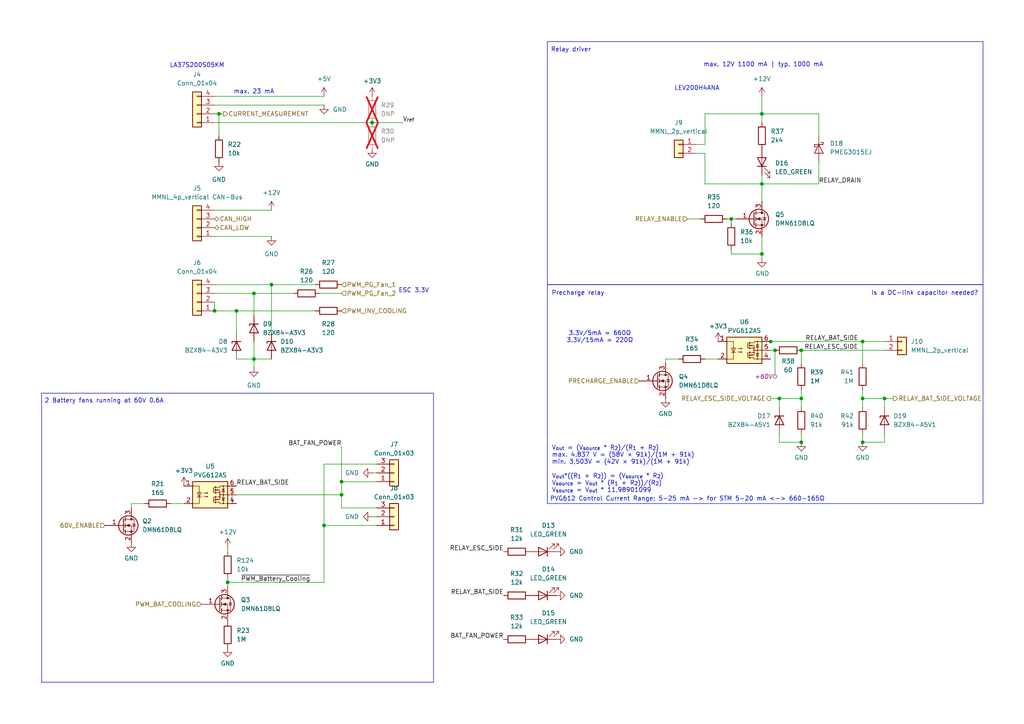
<source format=kicad_sch>
(kicad_sch (version 20231120) (generator "eeschema") (generator_version "8.0")
  (paper "A4")
  (lib_symbols
    (symbol "Connector_Generic:Conn_01x03" (pin_names (offset 1.016) hide)
      (property "Reference" "J" (at 0 5.08 0))
      (property "Value" "Conn_01x03" (at 0 -5.08 0))
      (symbol "Conn_01x03_1_1"
        (rectangle (start -1.27 -2.413) (end 0 -2.667) (stroke (width 0.1524)))
        (rectangle (start -1.27 0.127) (end 0 -0.127) (stroke (width 0.1524)))
        (rectangle (start -1.27 2.667) (end 0 2.413) (stroke (width 0.1524)))
        (rectangle (start -1.27 3.81) (end 1.27 -3.81) (stroke (width 0.254)) (fill (type background)))
        (pin passive line (at -5.08 2.54 0) (length 3.81) (name "Pin_1") (number "1"))
        (pin passive line (at -5.08 0 0) (length 3.81) (name "Pin_2") (number "2"))
        (pin passive line (at -5.08 -2.54 0) (length 3.81) (name "Pin_3") (number "3"))
      )
    )
    (symbol "Connector_Generic:Conn_01x04" (pin_names (offset 1.016) hide)
      (property "Reference" "J" (at 0 5.08 0))
      (property "Value" "Conn_01x04" (at 0 -7.62 0))
      (symbol "Conn_01x04_1_1"
        (rectangle (start -1.27 -4.953) (end 0 -5.207) (stroke (width 0.1524)))
        (rectangle (start -1.27 -2.413) (end 0 -2.667) (stroke (width 0.1524)))
        (rectangle (start -1.27 0.127) (end 0 -0.127) (stroke (width 0.1524)))
        (rectangle (start -1.27 2.667) (end 0 2.413) (stroke (width 0.1524)))
        (rectangle (start -1.27 3.81) (end 1.27 -6.35) (stroke (width 0.254)) (fill (type background)))
        (pin passive line (at -5.08 2.54 0) (length 3.81) (name "Pin_1") (number "1"))
        (pin passive line (at -5.08 0 0) (length 3.81) (name "Pin_2") (number "2"))
        (pin passive line (at -5.08 -2.54 0) (length 3.81) (name "Pin_3") (number "3"))
        (pin passive line (at -5.08 -5.08 0) (length 3.81) (name "Pin_4") (number "4"))
      )
    )
    (symbol "Device:LED" (pin_numbers hide) (pin_names (offset 1.016) hide)
      (property "Reference" "D" (at 0 2.54 0))
      (property "Value" "LED" (at 0 -2.54 0))
      (symbol "LED_0_1"
        (polyline (pts (xy -1.27 -1.27) (xy -1.27 1.27)) (stroke (width 0.254)))
        (polyline (pts (xy -1.27 0) (xy 1.27 0)))
        (polyline (pts (xy 1.27 -1.27) (xy 1.27 1.27) (xy -1.27 0) (xy 1.27 -1.27)) (stroke (width 0.254)))
        (polyline (pts (xy -3.048 -0.762) (xy -4.572 -2.286) (xy -3.81 -2.286) (xy -4.572 -2.286) (xy -4.572 -1.524)))
        (polyline (pts (xy -1.778 -0.762) (xy -3.302 -2.286) (xy -2.54 -2.286) (xy -3.302 -2.286) (xy -3.302 -1.524)))
      )
      (symbol "LED_1_1"
        (pin passive line (at -3.81 0 0) (length 2.54) (name "K") (number "1"))
        (pin passive line (at 3.81 0 180) (length 2.54) (name "A") (number "2"))
      )
    )
    (symbol "Device:R" (pin_numbers hide) (pin_names (offset 0))
      (property "Reference" "R" (at 2.032 0 90))
      (property "Value" "R" (at 0 0 90))
      (symbol "R_0_1"
        (rectangle (start -1.016 -2.54) (end 1.016 2.54) (stroke (width 0.254)))
      )
      (symbol "R_1_1"
        (pin passive line (at 0 3.81 270) (length 1.27) (name "~") (number "1"))
        (pin passive line (at 0 -3.81 90) (length 1.27) (name "~") (number "2"))
      )
    )
    (symbol "Diode:PMEG3015EJ" (pin_numbers hide) (pin_names hide)
      (property "Reference" "D" (at 0 2.54 0))
      (property "Value" "PMEG3015EJ" (at 0 -2.54 0))
      (symbol "PMEG3015EJ_0_1"
        (polyline (pts (xy 1.27 0) (xy -1.27 0)))
        (polyline (pts (xy 1.27 1.27) (xy 1.27 -1.27) (xy -1.27 0) (xy 1.27 1.27)) (stroke (width 0.2032)))
        (polyline (pts (xy -1.905 0.635) (xy -1.905 1.27) (xy -1.27 1.27) (xy -1.27 -1.27) (xy -0.635 -1.27) (xy -0.635 -0.635)) (stroke (width 0.2032)))
      )
      (symbol "PMEG3015EJ_1_1"
        (pin passive line (at -3.81 0 0) (length 2.54) (name "K") (number "1"))
        (pin passive line (at 3.81 0 180) (length 2.54) (name "A") (number "2"))
      )
    )
    (symbol "FaSTTUBe_connectors:MMNL_2p_vertical" (pin_names (offset 1.016) hide)
      (property "Reference" "J" (at 0 2.54 0))
      (property "Value" "MMNL_2p_vertical" (at 0 -5.08 0))
      (symbol "MMNL_2p_vertical_1_1"
        (rectangle (start -1.27 -2.413) (end 0 -2.667) (stroke (width 0.1524)))
        (rectangle (start -1.27 0.127) (end 0 -0.127) (stroke (width 0.1524)))
        (rectangle (start -1.27 1.27) (end 1.27 -3.81) (stroke (width 0.254)) (fill (type background)))
        (pin passive line (at -5.08 0 0) (length 3.81) (name "Pin_1") (number "1"))
        (pin passive line (at -5.08 -2.54 0) (length 3.81) (name "Pin_2") (number "2"))
      )
    )
    (symbol "MVBMS:BZX84-A3V3" (pin_numbers hide) (pin_names (offset 1.016) hide)
      (property "Reference" "D1301" (at -1.27 2.54 90))
      (property "Value" "BZX84-A3V3" (at 1.27 2.54 90))
      (symbol "BZX84-A3V3_0_1"
        (polyline (pts (xy 1.27 0) (xy -1.27 0)))
        (polyline (pts (xy -1.27 -1.27) (xy -1.27 1.27) (xy -0.762 1.27)) (stroke (width 0.254)))
        (polyline (pts (xy 1.27 -1.27) (xy 1.27 1.27) (xy -1.27 0) (xy 1.27 -1.27)) (stroke (width 0.254)))
      )
      (symbol "BZX84-A3V3_1_1"
        (pin passive line (at 3.81 0 180) (length 2.54) (name "A") (number "1"))
        (pin passive line (at -3.81 0 0) (length 2.54) (name "K") (number "3"))
      )
    )
    (symbol "MVBMS:DMN61D8LQ" (pin_names (offset 0) hide)
      (property "Reference" "Q2201" (at 6.35 1.27 0))
      (property "Value" "DMN61D8LQ" (at 6.35 -1.27 0))
      (symbol "DMN61D8LQ_0_1"
        (polyline (pts (xy 0.762 -1.778) (xy 2.54 -1.778)))
        (polyline (pts (xy 0.762 -1.27) (xy 0.762 -2.286)) (stroke (width 0.254)))
        (polyline (pts (xy 0.762 0) (xy 2.54 0)))
        (polyline (pts (xy 0.762 0.508) (xy 0.762 -0.508)) (stroke (width 0.254)))
        (polyline (pts (xy 0.762 1.778) (xy 2.54 1.778)))
        (polyline (pts (xy 0.762 2.286) (xy 0.762 1.27)) (stroke (width 0.254)))
        (polyline (pts (xy 2.54 -1.778) (xy 2.54 -2.54)))
        (polyline (pts (xy 2.54 -1.778) (xy 2.54 0)))
        (polyline (pts (xy 2.54 2.54) (xy 2.54 1.778)))
        (polyline (pts (xy 0.254 1.905) (xy 0.254 -1.905) (xy 0.254 -1.905)) (stroke (width 0.254)))
        (polyline (pts (xy 1.016 0) (xy 2.032 0.381) (xy 2.032 -0.381) (xy 1.016 0)) (fill (type outline)))
        (polyline (pts (xy 2.54 -1.778) (xy 3.302 -1.778) (xy 3.302 1.778) (xy 2.54 1.778)))
        (polyline (pts (xy 2.794 0.508) (xy 2.921 0.381) (xy 3.683 0.381) (xy 3.81 0.254)))
        (polyline (pts (xy 3.302 0.381) (xy 2.921 -0.254) (xy 3.683 -0.254) (xy 3.302 0.381)))
        (circle (center 1.651 0) (radius 2.8194) (stroke (width 0.254)))
        (circle (center 2.54 -1.778) (radius 0.2794) (fill (type outline)))
        (circle (center 2.54 1.778) (radius 0.2794) (fill (type outline)))
      )
      (symbol "DMN61D8LQ_1_1"
        (pin input line (at -5.08 0 0) (length 5.334) (name "G") (number "1"))
        (pin passive line (at 2.54 -5.08 90) (length 2.54) (name "S") (number "2"))
        (pin passive line (at 2.54 5.08 270) (length 2.54) (name "D") (number "3"))
      )
    )
    (symbol "MVBMS:PVG612AS"
      (property "Reference" "U1" (at 0 8.255 0))
      (property "Value" "PVG612AS" (at 0 5.715 0))
      (symbol "PVG612AS_0_1"
        (rectangle (start -5.08 3.81) (end 5.08 -3.81) (stroke (width 0.254)) (fill (type background)))
        (polyline (pts (xy -3.81 -0.635) (xy -2.54 -0.635)))
        (polyline (pts (xy 1.016 -0.635) (xy 1.016 -2.159)) (stroke (width 0.2032)))
        (polyline (pts (xy 1.016 2.159) (xy 1.016 0.635)) (stroke (width 0.2032)))
        (polyline (pts (xy 1.524 -0.508) (xy 1.524 -0.762)) (stroke (width 0.3556)))
        (polyline (pts (xy 2.794 0) (xy 5.08 0)))
        (polyline (pts (xy 3.429 -1.651) (xy 4.191 -1.651)))
        (polyline (pts (xy 3.429 1.651) (xy 4.191 1.651)))
        (polyline (pts (xy 3.81 -2.54) (xy 3.81 2.54)))
        (polyline (pts (xy 1.524 -2.032) (xy 1.524 -2.286) (xy 1.524 -2.286)) (stroke (width 0.3556)))
        (polyline (pts (xy 1.524 -1.27) (xy 1.524 -1.524) (xy 1.524 -1.524)) (stroke (width 0.3556)))
        (polyline (pts (xy 1.524 0.762) (xy 1.524 0.508) (xy 1.524 0.508)) (stroke (width 0.3556)))
        (polyline (pts (xy 1.524 1.524) (xy 1.524 1.27) (xy 1.524 1.27)) (stroke (width 0.3556)))
        (polyline (pts (xy 1.524 2.286) (xy 1.524 2.032) (xy 1.524 2.032)) (stroke (width 0.3556)))
        (polyline (pts (xy 1.651 -1.397) (xy 2.794 -1.397) (xy 2.794 -0.635)))
        (polyline (pts (xy 1.651 1.397) (xy 2.794 1.397) (xy 2.794 0.635)))
        (polyline (pts (xy -5.08 2.54) (xy -3.175 2.54) (xy -3.175 -2.54) (xy -5.08 -2.54)))
        (polyline (pts (xy -3.175 -0.635) (xy -3.81 0.635) (xy -2.54 0.635) (xy -3.175 -0.635)))
        (polyline (pts (xy 1.651 -2.159) (xy 2.794 -2.159) (xy 2.794 -2.54) (xy 5.08 -2.54)))
        (polyline (pts (xy 1.651 -0.635) (xy 2.794 -0.635) (xy 2.794 0.635) (xy 1.651 0.635)))
        (polyline (pts (xy 1.651 2.159) (xy 2.794 2.159) (xy 2.794 2.54) (xy 5.08 2.54)))
        (polyline (pts (xy 1.778 -1.397) (xy 2.286 -1.27) (xy 2.286 -1.524) (xy 1.778 -1.397)))
        (polyline (pts (xy 1.778 1.397) (xy 2.286 1.524) (xy 2.286 1.27) (xy 1.778 1.397)))
        (polyline (pts (xy 3.81 -1.651) (xy 3.429 -0.889) (xy 4.191 -0.889) (xy 3.81 -1.651)))
        (polyline (pts (xy 3.81 1.651) (xy 3.429 0.889) (xy 4.191 0.889) (xy 3.81 1.651)))
        (polyline (pts (xy -1.905 -0.508) (xy -0.635 -0.508) (xy -1.016 -0.635) (xy -1.016 -0.381) (xy -0.635 -0.508)))
        (polyline (pts (xy -1.905 0.508) (xy -0.635 0.508) (xy -1.016 0.381) (xy -1.016 0.635) (xy -0.635 0.508)))
        (circle (center 2.794 -0.635) (radius 0.127))
        (circle (center 2.794 0) (radius 0.127))
        (circle (center 2.794 0.635) (radius 0.127))
        (circle (center 3.81 -2.54) (radius 0.127))
        (circle (center 3.81 0) (radius 0.127))
        (circle (center 3.81 2.54) (radius 0.127))
      )
      (symbol "PVG612AS_1_1"
        (pin passive line (at -7.62 2.54 0) (length 2.54) (name "~") (number "1"))
        (pin passive line (at -7.62 -2.54 0) (length 2.54) (name "~") (number "2"))
        (pin no_connect line (at -5.08 0 0) (length 2.54) hide (name "~") (number "3"))
        (pin passive line (at 7.62 -2.54 180) (length 2.54) (name "~") (number "4"))
        (pin passive line (at 7.62 0 180) (length 2.54) (name "~") (number "5"))
        (pin passive line (at 7.62 2.54 180) (length 2.54) (name "~") (number "6"))
      )
    )
    (symbol "power:+12V" (power) (pin_numbers hide) (pin_names (offset 0) hide)
      (property "Value" "+12V" (at 0 3.556 0))
      (symbol "+12V_0_1"
        (polyline (pts (xy -0.762 1.27) (xy 0 2.54)))
        (polyline (pts (xy 0 0) (xy 0 2.54)))
        (polyline (pts (xy 0 2.54) (xy 0.762 1.27)))
      )
      (symbol "+12V_1_1"
        (pin power_in line (at 0 0 90) (length 0) (name "~") (number "1"))
      )
    )
    (symbol "power:+3V3" (power) (pin_numbers hide) (pin_names (offset 0) hide)
      (property "Value" "+3V3" (at 0 3.556 0))
      (symbol "+3V3_0_1"
        (polyline (pts (xy -0.762 1.27) (xy 0 2.54)))
        (polyline (pts (xy 0 0) (xy 0 2.54)))
        (polyline (pts (xy 0 2.54) (xy 0.762 1.27)))
      )
      (symbol "+3V3_1_1"
        (pin power_in line (at 0 0 90) (length 0) (name "~") (number "1"))
      )
    )
    (symbol "power:+5V" (power) (pin_numbers hide) (pin_names (offset 0) hide)
      (property "Value" "+5V" (at 0 3.556 0))
      (symbol "+5V_0_1"
        (polyline (pts (xy -0.762 1.27) (xy 0 2.54)))
        (polyline (pts (xy 0 0) (xy 0 2.54)))
        (polyline (pts (xy 0 2.54) (xy 0.762 1.27)))
      )
      (symbol "+5V_1_1"
        (pin power_in line (at 0 0 90) (length 0) (name "~") (number "1"))
      )
    )
    (symbol "power:GND" (power) (pin_numbers hide) (pin_names (offset 0) hide)
      (property "Value" "GND" (at 0 -3.81 0))
      (symbol "GND_0_1"
        (polyline (pts (xy 0 0) (xy 0 -1.27) (xy 1.27 -1.27) (xy 0 -2.54) (xy -1.27 -1.27) (xy 0 -1.27)))
      )
      (symbol "GND_1_1"
        (pin power_in line (at 0 0 270) (length 0) (name "~") (number "1"))
      )
    )
  )
  (junction (at 226.06 115.57))
  (junction (at 220.98 33.02))
  (junction (at 63.5 33.02))
  (junction (at 62.23 90.17))
  (junction (at 223.52 99.06))
  (junction (at 99.06 143.51))
  (junction (at 232.41 101.6))
  (junction (at 73.66 104.14))
  (junction (at 232.41 115.57))
  (junction (at 250.19 115.57))
  (junction (at 250.19 99.06))
  (junction (at 73.66 85.09))
  (junction (at 68.58 90.17))
  (junction (at 78.74 82.55))
  (junction (at 107.95 35.56))
  (junction (at 250.19 128.27))
  (junction (at 99.06 139.7))
  (junction (at 220.98 53.34))
  (junction (at 224.79 101.6))
  (junction (at 93.98 152.4))
  (junction (at 220.98 73.66))
  (junction (at 66.04 168.91))
  (junction (at 212.09 63.5))
  (junction (at 232.41 128.27))
  (junction (at 256.54 115.57))
  (wire (pts (xy 237.49 53.34) (xy 237.49 46.99)))
  (wire (pts (xy 212.09 73.66) (xy 220.98 73.66)))
  (wire (pts (xy 62.23 82.55) (xy 78.74 82.55)))
  (wire (pts (xy 226.06 115.57) (xy 232.41 115.57)))
  (wire (pts (xy 66.04 170.18) (xy 66.04 168.91)))
  (wire (pts (xy 62.23 85.09) (xy 73.66 85.09)))
  (wire (pts (xy 220.98 53.34) (xy 220.98 50.8)))
  (wire (pts (xy 220.98 53.34) (xy 220.98 58.42)))
  (wire (pts (xy 223.52 99.06) (xy 250.19 99.06)))
  (wire (pts (xy 73.66 85.09) (xy 73.66 91.44)))
  (wire (pts (xy 85.09 85.09) (xy 73.66 85.09)))
  (wire (pts (xy 93.98 152.4) (xy 109.22 152.4)))
  (wire (pts (xy 99.06 139.7) (xy 99.06 143.51)))
  (wire (pts (xy 93.98 30.48) (xy 62.23 30.48)))
  (wire (pts (xy 62.23 90.17) (xy 68.58 90.17)))
  (wire (pts (xy 204.47 53.34) (xy 204.47 44.45)))
  (wire (pts (xy 67.31 140.97) (xy 67.31 146.05)))
  (wire (pts (xy 204.47 104.14) (xy 208.28 104.14)))
  (wire (pts (xy 220.98 74.93) (xy 220.98 73.66)))
  (wire (pts (xy 226.06 128.27) (xy 232.41 128.27)))
  (wire (pts (xy 220.98 33.02) (xy 220.98 35.56)))
  (wire (pts (xy 66.04 158.75) (xy 66.04 160.02)))
  (wire (pts (xy 237.49 39.37) (xy 237.49 33.02)))
  (wire (pts (xy 250.19 99.06) (xy 256.54 99.06)))
  (wire (pts (xy 256.54 115.57) (xy 259.08 115.57)))
  (wire (pts (xy 73.66 104.14) (xy 78.74 104.14)))
  (wire (pts (xy 250.19 118.11) (xy 250.19 115.57)))
  (wire (pts (xy 107.95 137.16) (xy 109.22 137.16)))
  (wire (pts (xy 212.09 73.66) (xy 212.09 72.39)))
  (wire (pts (xy 256.54 115.57) (xy 250.19 115.57)))
  (wire (pts (xy 199.39 63.5) (xy 203.2 63.5)))
  (wire (pts (xy 220.98 99.06) (xy 220.98 104.14)))
  (wire (pts (xy 62.23 35.56) (xy 107.95 35.56)))
  (wire (pts (xy 66.04 167.64) (xy 66.04 168.91)))
  (wire (pts (xy 99.06 147.32) (xy 109.22 147.32)))
  (wire (pts (xy 93.98 152.4) (xy 93.98 168.91)))
  (wire (pts (xy 223.52 115.57) (xy 226.06 115.57)))
  (wire (pts (xy 62.23 87.63) (xy 62.23 90.17)))
  (wire (pts (xy 68.58 90.17) (xy 68.58 96.52)))
  (wire (pts (xy 223.52 99.06) (xy 220.98 99.06)))
  (wire (pts (xy 210.82 63.5) (xy 212.09 63.5)))
  (wire (pts (xy 68.58 143.51) (xy 99.06 143.51)))
  (wire (pts (xy 256.54 118.11) (xy 256.54 115.57)))
  (wire (pts (xy 63.5 33.02) (xy 63.5 39.37)))
  (wire (pts (xy 99.06 139.7) (xy 109.22 139.7)))
  (wire (pts (xy 212.09 63.5) (xy 213.36 63.5)))
  (wire (pts (xy 201.93 41.91) (xy 204.47 41.91)))
  (wire (pts (xy 68.58 140.97) (xy 67.31 140.97)))
  (wire (pts (xy 64.77 33.02) (xy 63.5 33.02)))
  (wire (pts (xy 220.98 104.14) (xy 223.52 104.14)))
  (wire (pts (xy 220.98 33.02) (xy 237.49 33.02)))
  (wire (pts (xy 38.1 146.05) (xy 41.91 146.05)))
  (wire (pts (xy 226.06 118.11) (xy 226.06 115.57)))
  (wire (pts (xy 226.06 128.27) (xy 226.06 125.73)))
  (wire (pts (xy 78.74 82.55) (xy 78.74 96.52)))
  (wire (pts (xy 62.23 68.58) (xy 78.74 68.58)))
  (wire (pts (xy 220.98 27.94) (xy 220.98 33.02)))
  (wire (pts (xy 92.71 85.09) (xy 99.06 85.09)))
  (wire (pts (xy 232.41 128.27) (xy 232.41 125.73)))
  (wire (pts (xy 232.41 113.03) (xy 232.41 115.57)))
  (wire (pts (xy 256.54 128.27) (xy 256.54 125.73)))
  (wire (pts (xy 204.47 33.02) (xy 220.98 33.02)))
  (wire (pts (xy 224.79 101.6) (xy 223.52 101.6)))
  (wire (pts (xy 49.53 146.05) (xy 53.34 146.05)))
  (wire (pts (xy 250.19 128.27) (xy 250.19 125.73)))
  (wire (pts (xy 93.98 134.62) (xy 109.22 134.62)))
  (wire (pts (xy 73.66 99.06) (xy 73.66 104.14)))
  (wire (pts (xy 193.04 105.41) (xy 193.04 104.14)))
  (wire (pts (xy 232.41 101.6) (xy 232.41 105.41)))
  (wire (pts (xy 204.47 44.45) (xy 201.93 44.45)))
  (wire (pts (xy 193.04 104.14) (xy 196.85 104.14)))
  (wire (pts (xy 99.06 143.51) (xy 99.06 147.32)))
  (wire (pts (xy 224.79 101.6) (xy 224.79 106.68)))
  (wire (pts (xy 63.5 33.02) (xy 62.23 33.02)))
  (wire (pts (xy 256.54 128.27) (xy 250.19 128.27)))
  (wire (pts (xy 220.98 53.34) (xy 237.49 53.34)))
  (wire (pts (xy 67.31 146.05) (xy 68.58 146.05)))
  (wire (pts (xy 38.1 147.32) (xy 38.1 146.05)))
  (wire (pts (xy 204.47 53.34) (xy 220.98 53.34)))
  (wire (pts (xy 73.66 104.14) (xy 68.58 104.14)))
  (wire (pts (xy 99.06 129.54) (xy 99.06 139.7)))
  (wire (pts (xy 107.95 35.56) (xy 116.84 35.56)))
  (wire (pts (xy 68.58 90.17) (xy 91.44 90.17)))
  (wire (pts (xy 107.95 149.86) (xy 109.22 149.86)))
  (wire (pts (xy 78.74 82.55) (xy 91.44 82.55)))
  (wire (pts (xy 93.98 27.94) (xy 62.23 27.94)))
  (wire (pts (xy 93.98 134.62) (xy 93.98 152.4)))
  (wire (pts (xy 250.19 99.06) (xy 250.19 105.41)))
  (wire (pts (xy 232.41 101.6) (xy 256.54 101.6)))
  (wire (pts (xy 250.19 113.03) (xy 250.19 115.57)))
  (wire (pts (xy 73.66 106.68) (xy 73.66 104.14)))
  (wire (pts (xy 66.04 168.91) (xy 93.98 168.91)))
  (wire (pts (xy 212.09 64.77) (xy 212.09 63.5)))
  (wire (pts (xy 220.98 68.58) (xy 220.98 73.66)))
  (wire (pts (xy 204.47 33.02) (xy 204.47 41.91)))
  (wire (pts (xy 232.41 118.11) (xy 232.41 115.57)))
  (wire (pts (xy 62.23 60.96) (xy 78.74 60.96)))
  (rectangle (start 12.065 114.046) (end 125.73 197.866))
  (rectangle (start 158.75 12.065) (end 285.115 82.55))
  (rectangle (start 158.75 82.55) (end 285.115 146.05))
  (text "Relay driver" (at 159.766 15.24 0) (effects (font (size 1.27 1.27)) (justify left bottom)))
  (text "3.3V/5mA = 660 Ω\n3.3V/15mA = 220 Ω" (at 173.99 97.79 0) (effects (font (size 1.27 1.27))))
  (text "LEV200H4ANA" (at 195.58 26.416 0) (effects (font (size 1.27 1.27)) (justify left bottom)))
  (text "LA37S200S05KM" (at 57.15 19.05 0) (effects (font (size 1.27 1.27))))
  (text "2 Battery fans running at 60V 0.6A" (at 30.226 116.332 0) (effects (font (size 1.27 1.27))))
  (text "Is a DC-link capacitor needed?" (at 268.224 85.09 0) (effects (font (size 1.27 1.27))))
  (text "ESC 3.3V" (at 115.57 85.09 0) (effects (font (size 1.27 1.27)) (justify left bottom)))
  (text "max. 12V 1100 mA | typ. 1000 mA " (at 203.962 19.558 0) (effects (font (size 1.27 1.27)) (justify left bottom)))
  (text "max. 23 mA" (at 73.66 26.67 0) (effects (font (size 1.27 1.27))))
  (text "PVG612 Control Current Range: 5-25 mA -> for STM 5-20 mA <-> 660-165 Ω" (at 199.39 144.78 0) (effects (font (size 1.27 1.27))))
  (text "Precharge relay" (at 167.64 85.09 0) (effects (font (size 1.27 1.27))))
  (text "V_{out} = (V_{source} * R_{2})/(R_{1} + R_{2})\nmax. 4,837 V = (58V × 91k)/(1M + 91k)\nmin. 3,503 V = (42V × 91k)/(1M + 91k)\n\nV_{out}*((R_{1} + R_{2})) = (V_{source} * R_{2})\nV_{source} = V_{out} * (R_{1} + R_{2}))/(R_{2})\nV_{source} = V_{out} * 11,98901099\n\n" (at 160.02 137.16 0) (effects (font (size 1.27 1.27)) (justify left)))
  (label "RELAY_ESC_SIDE" (at 146.05 160.02 180) (property "Netclass" "+60V" (effects (hide yes))))
  (label "V_{ref}" (at 116.84 35.56 0))
  (label "RELAY_ESC_SIDE" (at 248.92 101.6 180) (property "Netclass" "+60V" (effects (hide yes))))
  (label "~{PWM_Battery_Cooling}" (at 69.85 168.91 0))
  (label "RELAY_BAT_SIDE" (at 68.58 140.97 0) (property "Netclass" "+60V" (effects (hide yes))))
  (label "BAT_FAN_POWER" (at 99.06 129.54 180) (property "Netclass" "+60V" (effects (hide yes))))
  (label "BAT_FAN_POWER" (at 146.05 185.42 180) (property "Netclass" "+60V" (effects (hide yes))))
  (label "RELAY_DRAIN" (at 237.49 53.34 0) (property "Netclass" "+12V" (effects (hide yes))))
  (label "RELAY_BAT_SIDE" (at 146.05 172.72 180) (property "Netclass" "+60V" (effects (hide yes))))
  (label "RELAY_BAT_SIDE" (at 248.92 99.06 180) (property "Netclass" "+60V" (effects (hide yes))))
  (hierarchical_label "PWM_INV_COOLING" (shape input) (at 99.06 90.17 0))
  (hierarchical_label "CAN_LOW" (shape bidirectional) (at 62.23 66.04 0))
  (hierarchical_label "RELAY_BAT_SIDE_VOLTAGE" (shape output) (at 259.08 115.57 0))
  (hierarchical_label "PWM_PG_Fan_1" (shape input) (at 99.06 82.55 0))
  (hierarchical_label "CURRENT_MEASUREMENT" (shape output) (at 64.77 33.02 0))
  (hierarchical_label "60V_ENABLE" (shape input) (at 30.48 152.4 180))
  (hierarchical_label "RELAY_ESC_SIDE_VOLTAGE" (shape output) (at 223.52 115.57 180))
  (hierarchical_label "PRECHARGE_ENABLE" (shape input) (at 185.42 110.49 180))
  (hierarchical_label "CAN_HIGH" (shape bidirectional) (at 62.23 63.5 0))
  (hierarchical_label "PWM_BAT_COOLING" (shape input) (at 58.42 175.26 180))
  (hierarchical_label "PWM_PG_Fan_2" (shape input) (at 99.06 85.09 0))
  (hierarchical_label "RELAY_ENABLE" (shape input) (at 199.39 63.5 180))
  (netclass_flag "" (length 2.54) (shape round) (at 224.79 106.68 180) (property "Netclass" "+60V" (at 224.0915 109.22 0) (effects (font (italic yes)) (justify right))))
  (symbol (lib_id "Device:LED") (at 157.48 160.02 180) (unit 1)
    (property "Reference" "D13" (at 159.0675 152.4 0))
    (property "Value" "LED_GREEN" (at 159.0675 154.94 0))
    (property "Footprint" "LED_SMD:LED_0603_1608Metric" (effects (hide yes)))
    (property "Description" "Light emitting diode" (effects (hide yes)))
    (property "Silkscreen" "RELAY_ESC_SIDE" (effects (hide yes)))
  )
  (symbol (lib_id "Device:R") (at 66.04 184.15 0) (mirror y) (unit 1)
    (property "Reference" "R23" (at 68.58 182.8799 0) (effects (justify right)))
    (property "Value" "1M" (at 68.58 185.4199 0) (effects (justify right)))
    (property "Footprint" "Resistor_SMD:R_0603_1608Metric" (effects (hide yes)))
    (property "Description" "Resistor" (effects (hide yes)))
  )
  (symbol (lib_id "Device:LED") (at 157.48 185.42 180) (unit 1)
    (property "Reference" "D15" (at 159.0675 177.8 0))
    (property "Value" "LED_GREEN" (at 159.0675 180.34 0))
    (property "Footprint" "LED_SMD:LED_0603_1608Metric" (effects (hide yes)))
    (property "Description" "Light emitting diode" (effects (hide yes)))
    (property "Silkscreen" "BATT_FAN_POWER" (effects (hide yes)))
  )
  (symbol (lib_id "power:GND") (at 107.95 43.18 0) (mirror y) (unit 1)
    (property "Reference" "#PWR053" (effects (hide yes)))
    (property "Value" "GND" (at 107.95 47.625 0))
    (property "Description" "Power symbol creates a global label with name \"GND\" , ground" (effects (hide yes)))
  )
  (symbol (lib_id "Connector_Generic:Conn_01x04") (at 57.15 33.02 180) (unit 1)
    (property "Reference" "J4" (at 57.15 21.59 0))
    (property "Value" "Conn_01x04" (at 57.15 24.13 0))
    (property "Footprint" "FaSTTUBe_connectors:Micro_Mate-N-Lok_4p_horizontal" (effects (hide yes)))
    (property "Description" "Generic connector, single row, 01x04, script generated (kicad-library-utils/schlib/autogen/connector/)" (effects (hide yes)))
    (property "Silkscreen" "CURRENT_SENS" (effects (hide yes)))
  )
  (symbol (lib_id "power:+3V3") (at 53.34 140.97 0) (unit 1)
    (property "Reference" "#PWR042" (effects (hide yes)))
    (property "Value" "+3V3" (at 53.34 136.525 0))
    (property "Description" "Power symbol creates a global label with name \"+3V3\"" (effects (hide yes)))
  )
  (symbol (lib_id "Device:R") (at 107.95 31.75 180) (unit 1) (dnp yes)
    (property "Reference" "R29" (at 110.49 30.4799 0) (effects (justify right)))
    (property "Value" "DNP" (at 110.49 33.0199 0) (effects (justify right)))
    (property "Footprint" "Resistor_SMD:R_0603_1608Metric" (effects (hide yes)))
    (property "Description" "Resistor" (effects (hide yes)))
  )
  (symbol (lib_id "Connector_Generic:Conn_01x04") (at 57.15 66.04 180) (unit 1)
    (property "Reference" "J5" (at 57.15 54.61 0))
    (property "Value" "MMNL_4p_vertical CAN-Bus" (at 57.15 57.15 0))
    (property "Footprint" "FaSTTUBe_connectors:Micro_Mate-N-Lok_4p_horizontal" (effects (hide yes)))
    (property "Description" "Generic connector, single row, 01x04, script generated (kicad-library-utils/schlib/autogen/connector/)" (effects (hide yes)))
    (property "Silkscreen" "CURRENT_SENS" (effects (hide yes)))
  )
  (symbol (lib_id "Device:R") (at 220.98 39.37 0) (unit 1)
    (property "Reference" "R37" (at 223.52 38.0999 0) (effects (justify left)))
    (property "Value" "2k4" (at 223.52 40.6399 0) (effects (justify left)))
    (property "Footprint" "Resistor_SMD:R_0603_1608Metric" (effects (hide yes)))
    (property "Description" "Resistor" (effects (hide yes)))
    (instances (project "MVBMS_FT24" (path "" (reference "R37") (unit 1))) (project "Master_FT24" (path "" (reference "R404") (unit 1))))
  )
  (symbol (lib_id "Device:R") (at 232.41 121.92 0) (unit 1)
    (property "Reference" "R40" (at 234.95 120.6499 0) (effects (justify left)))
    (property "Value" "91k" (at 234.95 123.1899 0) (effects (justify left)))
    (property "Footprint" "Resistor_SMD:R_0603_1608Metric" (effects (hide yes)))
    (property "Description" "Resistor" (effects (hide yes)))
  )
  (symbol (lib_id "power:GND") (at 161.29 172.72 90) (unit 1)
    (property "Reference" "#PWR057" (effects (hide yes)))
    (property "Value" "GND" (at 165.1 172.7199 90) (effects (justify right)))
    (property "Description" "Power symbol creates a global label with name \"GND\" , ground" (effects (hide yes)))
  )
  (symbol (lib_id "MVBMS:BZX84-A3V3") (at 256.54 121.92 90) (mirror x) (unit 1)
    (property "Reference" "D19" (at 259.08 120.6499 90) (effects (justify right)))
    (property "Value" "BZX84-A5V1" (at 259.08 123.1899 90) (effects (justify right)))
    (property "Footprint" "Package_TO_SOT_SMD:SOT-23-3" (effects (hide yes)))
  )
  (symbol (lib_id "Device:R") (at 228.6 101.6 270) (unit 1)
    (property "Reference" "R38" (at 228.6 104.775 90))
    (property "Value" "60" (at 228.6 107.315 90))
    (property "Footprint" "Resistor_SMD:R_2512_6332Metric" (effects (hide yes)))
    (property "Description" "Resistor" (effects (hide yes)))
  )
  (symbol (lib_id "power:+12V") (at 220.98 27.94 0) (unit 1)
    (property "Reference" "#PWR061" (effects (hide yes)))
    (property "Value" "+12V" (at 220.98 22.86 0))
    (property "Description" "Power symbol creates a global label with name \"+12V\"" (effects (hide yes)))
  )
  (symbol (lib_id "power:GND") (at 161.29 160.02 90) (unit 1)
    (property "Reference" "#PWR056" (effects (hide yes)))
    (property "Value" "GND" (at 165.1 160.0199 90) (effects (justify right)))
    (property "Description" "Power symbol creates a global label with name \"GND\" , ground" (effects (hide yes)))
  )
  (symbol (lib_id "Diode:PMEG3015EJ") (at 237.49 43.18 270) (unit 1)
    (property "Reference" "D18" (at 240.665 41.5925 90) (effects (justify left)))
    (property "Value" "PMEG3015EJ" (at 240.665 44.1325 90) (effects (justify left)))
    (property "Footprint" "Diode_SMD:D_SOD-323_HandSoldering" (effects (hide yes)))
    (property "Datasheet" "https://assets.nexperia.com/documents/data-sheet/PMEG3015EH_EJ.pdf" (effects (hide yes)))
    (property "Description" "30V, 1.5A ultra low Vf MEGA Schottky barrier rectifier, SOD-323F" (effects (hide yes)))
  )
  (symbol (lib_id "Device:R") (at 107.95 39.37 180) (unit 1) (dnp yes)
    (property "Reference" "R30" (at 110.49 38.0999 0) (effects (justify right)))
    (property "Value" "DNP" (at 110.49 40.6399 0) (effects (justify right)))
    (property "Footprint" "Resistor_SMD:R_0603_1608Metric" (effects (hide yes)))
    (property "Description" "Resistor" (effects (hide yes)))
  )
  (symbol (lib_id "Device:LED") (at 220.98 46.99 90) (unit 1)
    (property "Reference" "D16" (at 224.79 47.3074 90) (effects (justify right)))
    (property "Value" "LED_GREEN" (at 224.79 49.8474 90) (effects (justify right)))
    (property "Footprint" "LED_SMD:LED_0603_1608Metric" (effects (hide yes)))
    (property "Description" "Light emitting diode" (effects (hide yes)))
    (property "Silkscreen" "RELAY_ON" (effects (hide yes)))
    (instances (project "MVBMS_FT24" (path "" (reference "D16") (unit 1))) (project "Master_FT24" (path "" (reference "D406") (unit 1))))
  )
  (symbol (lib_id "MVBMS:PVG612AS") (at 215.9 101.6 0) (unit 1)
    (property "Reference" "U6" (at 215.9 93.345 0))
    (property "Value" "PVG612AS" (at 215.9 95.885 0))
    (property "Footprint" "Package_DIP:SMDIP-6_W9.53mm" (effects (hide yes)))
    (property "Datasheet" "https://www.infineon.com/dgdl/Infineon-PVG612A-DataSheet-v01_00-EN.pdf?fileId=5546d462533600a401535683ca14293a" (effects (hide yes)))
  )
  (symbol (lib_id "Device:R") (at 95.25 82.55 90) (unit 1)
    (property "Reference" "R27" (at 95.25 76.2 90))
    (property "Value" "120" (at 95.25 78.74 90))
    (property "Footprint" "Resistor_SMD:R_0603_1608Metric" (effects (hide yes)))
    (property "Description" "Resistor" (effects (hide yes)))
  )
  (symbol (lib_id "Device:R") (at 45.72 146.05 90) (unit 1)
    (property "Reference" "R21" (at 45.72 140.335 90))
    (property "Value" "165" (at 45.72 142.875 90))
    (property "Footprint" "Resistor_SMD:R_0603_1608Metric" (effects (hide yes)))
    (property "Description" "Resistor" (effects (hide yes)))
  )
  (symbol (lib_id "power:GND") (at 63.5 46.99 0) (mirror y) (unit 1)
    (property "Reference" "#PWR043" (effects (hide yes)))
    (property "Value" "GND" (at 63.5 52.07 0))
    (property "Description" "Power symbol creates a global label with name \"GND\" , ground" (effects (hide yes)))
  )
  (symbol (lib_id "Connector_Generic:Conn_01x03") (at 114.3 137.16 0) (mirror x) (unit 1)
    (property "Reference" "J7" (at 114.3 128.905 0))
    (property "Value" "Conn_01x03" (at 114.3 131.445 0))
    (property "Footprint" "FaSTTUBe_connectors:Micro_Mate-N-Lok_3p_horizontal" (effects (hide yes)))
    (property "Description" "Generic connector, single row, 01x03, script generated (kicad-library-utils/schlib/autogen/connector/)" (effects (hide yes)))
    (property "Silkscreen" "FAN1" (effects (hide yes)))
  )
  (symbol (lib_id "FaSTTUBe_connectors:MMNL_2p_vertical") (at 196.85 41.91 0) (mirror y) (unit 1)
    (property "Reference" "J9" (at 196.85 35.56 0))
    (property "Value" "MMNL_2p_vertical" (at 196.85 38.1 0))
    (property "Footprint" "FaSTTUBe_connectors:Micro_Mate-N-Lok_2p_horizontal" (effects (hide yes)))
    (property "Description" "Generic connector, single row, 01x02, script generated (kicad-library-utils/schlib/autogen/connector/)" (effects (hide yes)))
    (property "Silkscreen" "PWM_ESC" (effects (hide yes)))
  )
  (symbol (lib_id "MVBMS:BZX84-A3V3") (at 78.74 100.33 90) (mirror x) (unit 1)
    (property "Reference" "D10" (at 81.28 99.0599 90) (effects (justify right)))
    (property "Value" "BZX84-A3V3" (at 81.28 101.5999 90) (effects (justify right)))
    (property "Footprint" "Package_TO_SOT_SMD:SOT-23-3" (effects (hide yes)))
  )
  (symbol (lib_id "power:GND") (at 193.04 115.57 0) (unit 1)
    (property "Reference" "#PWR059" (effects (hide yes)))
    (property "Value" "GND" (at 193.04 120.015 0))
    (property "Description" "Power symbol creates a global label with name \"GND\" , ground" (effects (hide yes)))
  )
  (symbol (lib_id "power:GND") (at 93.98 30.48 0) (mirror y) (unit 1)
    (property "Reference" "#PWR051" (effects (hide yes)))
    (property "Value" "GND" (at 96.52 31.7499 0) (effects (justify right)))
    (property "Description" "Power symbol creates a global label with name \"GND\" , ground" (effects (hide yes)))
  )
  (symbol (lib_id "power:GND") (at 250.19 128.27 0) (mirror y) (unit 1)
    (property "Reference" "#PWR064" (effects (hide yes)))
    (property "Value" "GND" (at 250.19 132.715 0))
    (property "Description" "Power symbol creates a global label with name \"GND\" , ground" (effects (hide yes)))
  )
  (symbol (lib_id "MVBMS:DMN61D8LQ") (at 35.56 152.4 0) (unit 1)
    (property "Reference" "Q2" (at 41.275 151.1299 0) (effects (justify left)))
    (property "Value" "DMN61D8LQ" (at 41.275 153.6699 0) (effects (justify left)))
    (property "Footprint" "Package_TO_SOT_SMD:SOT-23" (effects (hide yes)))
    (property "Datasheet" "https://www.mouser.de/datasheet/2/115/DIOD_S_A0002832699_1-2541996.pdf" (effects (hide yes)))
  )
  (symbol (lib_id "power:GND") (at 232.41 128.27 0) (unit 1)
    (property "Reference" "#PWR063" (effects (hide yes)))
    (property "Value" "GND" (at 232.41 132.715 0))
    (property "Description" "Power symbol creates a global label with name \"GND\" , ground" (effects (hide yes)))
  )
  (symbol (lib_id "power:+12V") (at 78.74 60.96 0) (unit 1)
    (property "Reference" "#PWR047" (effects (hide yes)))
    (property "Value" "+12V" (at 78.74 55.88 0))
    (property "Description" "Power symbol creates a global label with name \"+12V\"" (effects (hide yes)))
  )
  (symbol (lib_id "power:GND") (at 38.1 157.48 0) (mirror y) (unit 1)
    (property "Reference" "#PWR041" (effects (hide yes)))
    (property "Value" "GND" (at 38.1 161.925 0))
    (property "Description" "Power symbol creates a global label with name \"GND\" , ground" (effects (hide yes)))
  )
  (symbol (lib_id "power:GND") (at 107.95 149.86 270) (mirror x) (unit 1)
    (property "Reference" "#PWR055" (effects (hide yes)))
    (property "Value" "GND" (at 104.14 149.8599 90) (effects (justify right)))
    (property "Description" "Power symbol creates a global label with name \"GND\" , ground" (effects (hide yes)))
  )
  (symbol (lib_id "Device:R") (at 232.41 109.22 0) (mirror y) (unit 1)
    (property "Reference" "R39" (at 234.95 107.9499 0) (effects (justify right)))
    (property "Value" "1M" (at 234.95 110.4899 0) (effects (justify right)))
    (property "Footprint" "Resistor_SMD:R_0603_1608Metric" (effects (hide yes)))
    (property "Description" "Resistor" (effects (hide yes)))
  )
  (symbol (lib_id "Connector_Generic:Conn_01x04") (at 57.15 87.63 180) (unit 1)
    (property "Reference" "J6" (at 57.15 76.2 0))
    (property "Value" "Conn_01x04" (at 57.15 78.74 0))
    (property "Footprint" "FaSTTUBe_connectors:Micro_Mate-N-Lok_4p_horizontal" (effects (hide yes)))
    (property "Description" "Generic connector, single row, 01x04, script generated (kicad-library-utils/schlib/autogen/connector/)" (effects (hide yes)))
    (property "Silkscreen" "CURRENT_SENS" (effects (hide yes)))
  )
  (symbol (lib_id "Device:R") (at 250.19 109.22 0) (unit 1)
    (property "Reference" "R41" (at 247.65 107.9499 0) (effects (justify right)))
    (property "Value" "1M" (at 247.65 110.4899 0) (effects (justify right)))
    (property "Footprint" "Resistor_SMD:R_0603_1608Metric" (effects (hide yes)))
    (property "Description" "Resistor" (effects (hide yes)))
  )
  (symbol (lib_id "Device:R") (at 95.25 90.17 90) (unit 1)
    (property "Reference" "R28" (at 95.25 93.98 90))
    (property "Value" "120" (at 95.25 96.52 90))
    (property "Footprint" "Resistor_SMD:R_0603_1608Metric" (effects (hide yes)))
    (property "Description" "Resistor" (effects (hide yes)))
  )
  (symbol (lib_id "power:+5V") (at 93.98 27.94 0) (unit 1)
    (property "Reference" "#PWR050" (effects (hide yes)))
    (property "Value" "+5V" (at 93.98 22.86 0))
    (property "Description" "Power symbol creates a global label with name \"+5V\"" (effects (hide yes)))
  )
  (symbol (lib_id "power:GND") (at 107.95 137.16 270) (unit 1)
    (property "Reference" "#PWR054" (effects (hide yes)))
    (property "Value" "GND" (at 104.14 137.1599 90) (effects (justify right)))
    (property "Description" "Power symbol creates a global label with name \"GND\" , ground" (effects (hide yes)))
  )
  (symbol (lib_id "MVBMS:DMN61D8LQ") (at 190.5 110.49 0) (unit 1)
    (property "Reference" "Q4" (at 196.85 109.2199 0) (effects (justify left)))
    (property "Value" "DMN61D8LQ" (at 196.85 111.7599 0) (effects (justify left)))
    (property "Footprint" "Package_TO_SOT_SMD:SOT-23" (effects (hide yes)))
    (property "Datasheet" "https://www.mouser.de/datasheet/2/115/DIOD_S_A0002832699_1-2541996.pdf" (effects (hide yes)))
  )
  (symbol (lib_id "Device:R") (at 200.66 104.14 90) (unit 1)
    (property "Reference" "R34" (at 200.66 98.425 90))
    (property "Value" "165" (at 200.66 100.965 90))
    (property "Footprint" "Resistor_SMD:R_0603_1608Metric" (effects (hide yes)))
    (property "Description" "Resistor" (effects (hide yes)))
  )
  (symbol (lib_id "MVBMS:BZX84-A3V3") (at 73.66 95.25 90) (mirror x) (unit 1)
    (property "Reference" "D9" (at 76.2 93.9799 90) (effects (justify right)))
    (property "Value" "BZX84-A3V3" (at 76.2 96.5199 90) (effects (justify right)))
    (property "Footprint" "Package_TO_SOT_SMD:SOT-23-3" (effects (hide yes)))
  )
  (symbol (lib_id "power:GND") (at 161.29 185.42 90) (unit 1)
    (property "Reference" "#PWR058" (effects (hide yes)))
    (property "Value" "GND" (at 165.1 185.4199 90) (effects (justify right)))
    (property "Description" "Power symbol creates a global label with name \"GND\" , ground" (effects (hide yes)))
  )
  (symbol (lib_id "power:GND") (at 66.04 187.96 0) (mirror y) (unit 1)
    (property "Reference" "#PWR045" (effects (hide yes)))
    (property "Value" "GND" (at 66.04 192.405 0))
    (property "Description" "Power symbol creates a global label with name \"GND\" , ground" (effects (hide yes)))
  )
  (symbol (lib_id "FaSTTUBe_connectors:MMNL_2p_vertical") (at 261.62 99.06 0) (unit 1)
    (property "Reference" "J10" (at 264.16 99.0599 0) (effects (justify left)))
    (property "Value" "MMNL_2p_vertical" (at 264.16 101.5999 0) (effects (justify left)))
    (property "Footprint" "FaSTTUBe_connectors:Micro_Mate-N-Lok_2p_horizontal" (effects (hide yes)))
    (property "Description" "Generic connector, single row, 01x02, script generated (kicad-library-utils/schlib/autogen/connector/)" (effects (hide yes)))
    (property "Silkscreen" "PRECHARGE" (effects (hide yes)))
  )
  (symbol (lib_id "Device:R") (at 250.19 121.92 0) (mirror y) (unit 1)
    (property "Reference" "R42" (at 247.65 120.6499 0) (effects (justify left)))
    (property "Value" "91k" (at 247.65 123.1899 0) (effects (justify left)))
    (property "Footprint" "Resistor_SMD:R_0603_1608Metric" (effects (hide yes)))
    (property "Description" "Resistor" (effects (hide yes)))
  )
  (symbol (lib_id "Device:R") (at 149.86 172.72 270) (unit 1)
    (property "Reference" "R32" (at 149.86 166.37 90))
    (property "Value" "12k" (at 149.86 168.91 90))
    (property "Footprint" "Resistor_SMD:R_0603_1608Metric" (effects (hide yes)))
    (property "Description" "Resistor" (effects (hide yes)))
  )
  (symbol (lib_id "MVBMS:DMN61D8LQ") (at 218.44 63.5 0) (unit 1)
    (property "Reference" "Q5" (at 224.79 62.2299 0) (effects (justify left)))
    (property "Value" "DMN61D8LQ" (at 224.79 64.7699 0) (effects (justify left)))
    (property "Footprint" "Package_TO_SOT_SMD:SOT-23" (effects (hide yes)))
    (property "Datasheet" "https://www.mouser.de/datasheet/2/115/DIOD_S_A0002832699_1-2541996.pdf" (effects (hide yes)))
  )
  (symbol (lib_id "MVBMS:DMN61D8LQ") (at 63.5 175.26 0) (unit 1)
    (property "Reference" "Q3" (at 69.85 173.9899 0) (effects (justify left)))
    (property "Value" "DMN61D8LQ" (at 69.85 176.5299 0) (effects (justify left)))
    (property "Footprint" "Package_TO_SOT_SMD:SOT-23" (effects (hide yes)))
    (property "Datasheet" "https://www.mouser.de/datasheet/2/115/DIOD_S_A0002832699_1-2541996.pdf" (effects (hide yes)))
  )
  (symbol (lib_id "power:GND") (at 78.74 68.58 0) (unit 1)
    (property "Reference" "#PWR048" (effects (hide yes)))
    (property "Value" "GND" (at 78.74 73.66 0))
    (property "Description" "Power symbol creates a global label with name \"GND\" , ground" (effects (hide yes)))
  )
  (symbol (lib_id "Device:LED") (at 157.48 172.72 180) (unit 1)
    (property "Reference" "D14" (at 159.0675 165.1 0))
    (property "Value" "LED_GREEN" (at 159.0675 167.64 0))
    (property "Footprint" "LED_SMD:LED_0603_1608Metric" (effects (hide yes)))
    (property "Description" "Light emitting diode" (effects (hide yes)))
    (property "Silkscreen" "RELAY_BATT_SIDE" (effects (hide yes)))
  )
  (symbol (lib_id "power:+12V") (at 66.04 158.75 0) (unit 1)
    (property "Reference" "#PWR044" (effects (hide yes)))
    (property "Value" "+12V" (at 66.04 154.305 0))
    (property "Description" "Power symbol creates a global label with name \"+12V\"" (effects (hide yes)))
  )
  (symbol (lib_id "power:+3V3") (at 208.28 99.06 0) (unit 1)
    (property "Reference" "#PWR060" (effects (hide yes)))
    (property "Value" "+3V3" (at 208.28 94.615 0))
    (property "Description" "Power symbol creates a global label with name \"+3V3\"" (effects (hide yes)))
  )
  (symbol (lib_id "Device:R") (at 88.9 85.09 90) (unit 1)
    (property "Reference" "R26" (at 88.9 78.74 90))
    (property "Value" "120" (at 88.9 81.28 90))
    (property "Footprint" "Resistor_SMD:R_0603_1608Metric" (effects (hide yes)))
    (property "Description" "Resistor" (effects (hide yes)))
  )
  (symbol (lib_id "MVBMS:PVG612AS") (at 60.96 143.51 0) (unit 1)
    (property "Reference" "U5" (at 60.96 135.255 0))
    (property "Value" "PVG612AS" (at 60.96 137.795 0))
    (property "Footprint" "Package_DIP:SMDIP-6_W9.53mm" (effects (hide yes)))
    (property "Datasheet" "https://www.infineon.com/dgdl/Infineon-PVG612A-DataSheet-v01_00-EN.pdf?fileId=5546d462533600a401535683ca14293a" (effects (hide yes)))
  )
  (symbol (lib_id "Device:R") (at 66.04 163.83 0) (mirror y) (unit 1)
    (property "Reference" "R124" (at 68.58 162.5599 0) (effects (justify right)))
    (property "Value" "10k" (at 68.58 165.0999 0) (effects (justify right)))
    (property "Footprint" "Resistor_SMD:R_0603_1608Metric" (effects (hide yes)))
    (property "Description" "Resistor" (effects (hide yes)))
  )
  (symbol (lib_id "power:GND") (at 220.98 74.93 0) (unit 1)
    (property "Reference" "#PWR062" (effects (hide yes)))
    (property "Value" "GND" (at 221.107 79.3242 0))
    (property "Description" "Power symbol creates a global label with name \"GND\" , ground" (effects (hide yes)))
    (instances (project "MVBMS_FT24" (path "" (reference "#PWR062") (unit 1))) (project "Master_FT24" (path "" (reference "#PWR0406") (unit 1))))
  )
  (symbol (lib_id "Device:R") (at 212.09 68.58 0) (unit 1)
    (property "Reference" "R36" (at 214.63 67.3099 0) (effects (justify left)))
    (property "Value" "10k" (at 214.63 69.8499 0) (effects (justify left)))
    (property "Footprint" "Resistor_SMD:R_0603_1608Metric" (effects (hide yes)))
    (property "Description" "Resistor" (effects (hide yes)))
    (instances (project "MVBMS_FT24" (path "" (reference "R36") (unit 1))) (project "Master_FT24" (path "" (reference "R411") (unit 1))))
  )
  (symbol (lib_id "Device:R") (at 63.5 43.18 180) (unit 1)
    (property "Reference" "R22" (at 66.04 41.9099 0) (effects (justify right)))
    (property "Value" "10k" (at 66.04 44.4499 0) (effects (justify right)))
    (property "Footprint" "Resistor_SMD:R_0603_1608Metric" (effects (hide yes)))
    (property "Description" "Resistor" (effects (hide yes)))
  )
  (symbol (lib_id "power:GND") (at 73.66 106.68 0) (unit 1)
    (property "Reference" "#PWR046" (effects (hide yes)))
    (property "Value" "GND" (at 73.66 111.76 0))
    (property "Description" "Power symbol creates a global label with name \"GND\" , ground" (effects (hide yes)))
  )
  (symbol (lib_id "Device:R") (at 207.01 63.5 90) (unit 1)
    (property "Reference" "R35" (at 207.01 57.15 90))
    (property "Value" "120" (at 207.01 59.69 90))
    (property "Footprint" "Resistor_SMD:R_0603_1608Metric" (effects (hide yes)))
    (property "Description" "Resistor" (effects (hide yes)))
    (instances (project "MVBMS_FT24" (path "" (reference "R35") (unit 1))) (project "Master_FT24" (path "" (reference "R409") (unit 1))))
  )
  (symbol (lib_id "Device:R") (at 149.86 160.02 270) (unit 1)
    (property "Reference" "R31" (at 149.86 153.67 90))
    (property "Value" "12k" (at 149.86 156.21 90))
    (property "Footprint" "Resistor_SMD:R_0603_1608Metric" (effects (hide yes)))
    (property "Description" "Resistor" (effects (hide yes)))
  )
  (symbol (lib_id "Device:R") (at 149.86 185.42 270) (unit 1)
    (property "Reference" "R33" (at 149.86 179.07 90))
    (property "Value" "12k" (at 149.86 181.61 90))
    (property "Footprint" "Resistor_SMD:R_0603_1608Metric" (effects (hide yes)))
    (property "Description" "Resistor" (effects (hide yes)))
  )
  (symbol (lib_id "Connector_Generic:Conn_01x03") (at 114.3 149.86 0) (mirror x) (unit 1)
    (property "Reference" "J8" (at 114.3 141.605 0))
    (property "Value" "Conn_01x03" (at 114.3 144.145 0))
    (property "Footprint" "FaSTTUBe_connectors:Micro_Mate-N-Lok_3p_horizontal" (effects (hide yes)))
    (property "Description" "Generic connector, single row, 01x03, script generated (kicad-library-utils/schlib/autogen/connector/)" (effects (hide yes)))
    (property "Silkscreen" "FAN2" (effects (hide yes)))
  )
  (symbol (lib_id "MVBMS:BZX84-A3V3") (at 68.58 100.33 90) (mirror x) (unit 1)
    (property "Reference" "D8" (at 66.04 99.0599 90) (effects (justify left)))
    (property "Value" "BZX84-A3V3" (at 66.04 101.5999 90) (effects (justify left)))
    (property "Footprint" "Package_TO_SOT_SMD:SOT-23-3" (effects (hide yes)))
  )
  (symbol (lib_id "power:+3V3") (at 107.95 27.94 0) (unit 1)
    (property "Reference" "#PWR052" (effects (hide yes)))
    (property "Value" "+3V3" (at 107.95 23.495 0))
    (property "Description" "Power symbol creates a global label with name \"+3V3\"" (effects (hide yes)))
  )
  (symbol (lib_id "MVBMS:BZX84-A3V3") (at 226.06 121.92 90) (mirror x) (unit 1)
    (property "Reference" "D17" (at 223.52 120.6499 90) (effects (justify left)))
    (property "Value" "BZX84-A5V1" (at 223.52 123.1899 90) (effects (justify left)))
    (property "Footprint" "Package_TO_SOT_SMD:SOT-23-3" (effects (hide yes)))
  )
)
</source>
